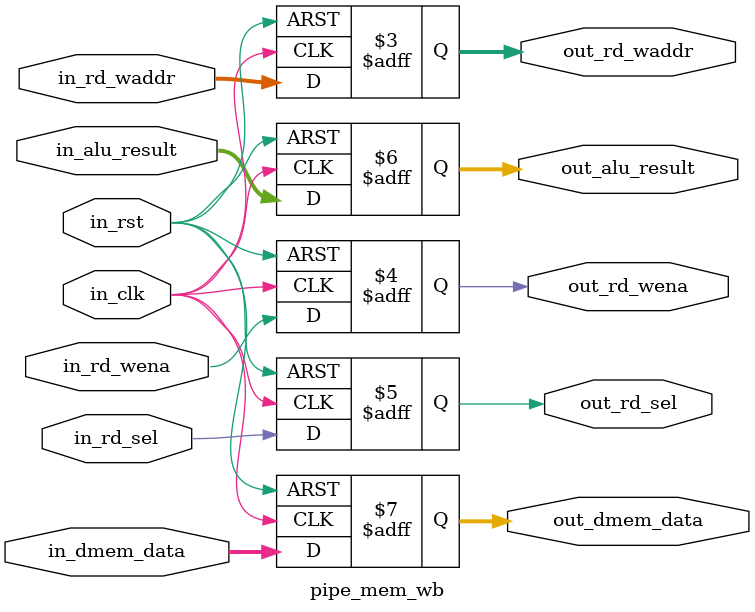
<source format=v>
`timescale 1ns / 1ps


module pipe_mem_wb(
    input               in_clk,
    input               in_rst,

    input       [4:0]   in_rd_waddr,
    input               in_rd_sel,
    input               in_rd_wena,

    input       [31:0]  in_alu_result,
    input       [31:0]  in_dmem_data,

    output reg  [4:0]   out_rd_waddr,
    output reg          out_rd_wena,
    output reg          out_rd_sel,

    output reg  [31:0]  out_alu_result,
    output reg  [31:0]  out_dmem_data
    );

    always @(posedge in_clk or posedge in_rst) 
    begin
        if(in_rst == 1'b1) 
        begin
            out_rd_waddr    <= 5'b0;
            out_rd_sel      <= 1'b0;
            out_rd_wena     <= 1'b0;

            out_alu_result  <= 32'b0;
            out_dmem_data   <= 32'b0;
        end
        else 
        begin
            out_rd_waddr    <= in_rd_waddr;
            out_rd_sel      <= in_rd_sel;
            out_rd_wena     <= in_rd_wena;

            out_alu_result  <= in_alu_result;
            out_dmem_data   <= in_dmem_data;
        end
    end 
endmodule

</source>
